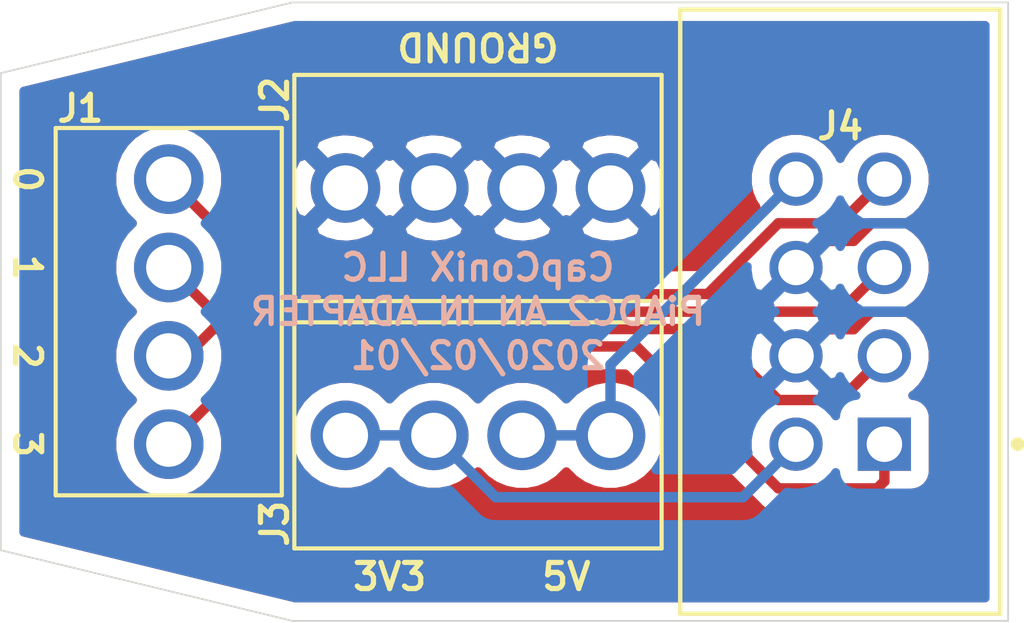
<source format=kicad_pcb>
(kicad_pcb (version 20171130) (host pcbnew 5.1.5-52549c5~84~ubuntu18.04.1)

  (general
    (thickness 1.6)
    (drawings 17)
    (tracks 41)
    (zones 0)
    (modules 4)
    (nets 8)
  )

  (page A4)
  (layers
    (0 F.Cu signal)
    (31 B.Cu signal)
    (32 B.Adhes user)
    (33 F.Adhes user)
    (34 B.Paste user)
    (35 F.Paste user)
    (36 B.SilkS user)
    (37 F.SilkS user)
    (38 B.Mask user)
    (39 F.Mask user)
    (40 Dwgs.User user)
    (41 Cmts.User user)
    (42 Eco1.User user)
    (43 Eco2.User user)
    (44 Edge.Cuts user)
    (45 Margin user)
    (46 B.CrtYd user)
    (47 F.CrtYd user)
    (48 B.Fab user)
    (49 F.Fab user)
  )

  (setup
    (last_trace_width 0.3)
    (user_trace_width 0.3)
    (trace_clearance 0.2)
    (zone_clearance 0.508)
    (zone_45_only no)
    (trace_min 0.2)
    (via_size 0.8)
    (via_drill 0.4)
    (via_min_size 0.4)
    (via_min_drill 0.3)
    (uvia_size 0.3)
    (uvia_drill 0.1)
    (uvias_allowed no)
    (uvia_min_size 0.2)
    (uvia_min_drill 0.1)
    (edge_width 0.05)
    (segment_width 0.2)
    (pcb_text_width 0.3)
    (pcb_text_size 1.5 1.5)
    (mod_edge_width 0.12)
    (mod_text_size 1 1)
    (mod_text_width 0.15)
    (pad_size 1.524 1.524)
    (pad_drill 0.762)
    (pad_to_mask_clearance 0.051)
    (solder_mask_min_width 0.25)
    (aux_axis_origin 0 0)
    (visible_elements FFFFFF7F)
    (pcbplotparams
      (layerselection 0x010fc_ffffffff)
      (usegerberextensions false)
      (usegerberattributes false)
      (usegerberadvancedattributes false)
      (creategerberjobfile false)
      (excludeedgelayer true)
      (linewidth 0.100000)
      (plotframeref false)
      (viasonmask false)
      (mode 1)
      (useauxorigin false)
      (hpglpennumber 1)
      (hpglpenspeed 20)
      (hpglpendiameter 15.000000)
      (psnegative false)
      (psa4output false)
      (plotreference true)
      (plotvalue true)
      (plotinvisibletext false)
      (padsonsilk false)
      (subtractmaskfromsilk false)
      (outputformat 1)
      (mirror false)
      (drillshape 1)
      (scaleselection 1)
      (outputdirectory ""))
  )

  (net 0 "")
  (net 1 "Net-(J1-Pad4)")
  (net 2 "Net-(J1-Pad1)")
  (net 3 "Net-(J1-Pad3)")
  (net 4 "Net-(J1-Pad2)")
  (net 5 "Net-(J2-Pad1)")
  (net 6 "Net-(J3-Pad3)")
  (net 7 "Net-(J3-Pad1)")

  (net_class Default "This is the default net class."
    (clearance 0.2)
    (trace_width 0.25)
    (via_dia 0.8)
    (via_drill 0.4)
    (uvia_dia 0.3)
    (uvia_drill 0.1)
    (add_net "Net-(J1-Pad1)")
    (add_net "Net-(J1-Pad2)")
    (add_net "Net-(J1-Pad3)")
    (add_net "Net-(J1-Pad4)")
    (add_net "Net-(J2-Pad1)")
    (add_net "Net-(J3-Pad1)")
    (add_net "Net-(J3-Pad3)")
  )

  (module AMPHENOL_75869-332LF:AMPHENOL_75869-332LF (layer F.Cu) (tedit 5E31F9C3) (tstamp 5E342F67)
    (at 143.002 110.998 180)
    (path /5E33DBAE)
    (fp_text reference J4 (at 0 5.334 180) (layer F.SilkS)
      (effects (font (size 0.75 0.75) (thickness 0.15)))
    )
    (fp_text value CONN (at 0 7.874) (layer F.Fab) hide
      (effects (font (size 0.75 0.75) (thickness 0.15)))
    )
    (fp_line (start -4.85 8.935) (end -4.85 -8.935) (layer F.CrtYd) (width 0.05))
    (fp_line (start 4.85 8.935) (end -4.85 8.935) (layer F.CrtYd) (width 0.05))
    (fp_line (start 4.85 -8.935) (end 4.85 8.935) (layer F.CrtYd) (width 0.05))
    (fp_line (start -4.85 -8.935) (end 4.85 -8.935) (layer F.CrtYd) (width 0.05))
    (fp_circle (center -5.1 -3.81) (end -5 -3.81) (layer F.Fab) (width 0.2))
    (fp_circle (center -5.1 -3.81) (end -5 -3.81) (layer F.SilkS) (width 0.2))
    (fp_line (start -4.6 8.685) (end -4.6 -8.685) (layer F.Fab) (width 0.127))
    (fp_line (start 4.6 8.685) (end -4.6 8.685) (layer F.Fab) (width 0.127))
    (fp_line (start 4.6 -8.685) (end 4.6 8.685) (layer F.Fab) (width 0.127))
    (fp_line (start -4.6 -8.685) (end 4.6 -8.685) (layer F.Fab) (width 0.127))
    (fp_line (start -4.6 8.685) (end -4.6 -8.685) (layer F.SilkS) (width 0.127))
    (fp_line (start 4.6 8.685) (end -4.6 8.685) (layer F.SilkS) (width 0.127))
    (fp_line (start 4.6 -8.685) (end 4.6 8.685) (layer F.SilkS) (width 0.127))
    (fp_line (start -4.6 -8.685) (end 4.6 -8.685) (layer F.SilkS) (width 0.127))
    (pad 8 thru_hole circle (at 1.27 3.81 180) (size 1.53 1.53) (drill 1.02) (layers *.Cu *.Mask)
      (net 6 "Net-(J3-Pad3)"))
    (pad 7 thru_hole circle (at -1.27 3.81 180) (size 1.53 1.53) (drill 1.02) (layers *.Cu *.Mask)
      (net 2 "Net-(J1-Pad1)"))
    (pad 6 thru_hole circle (at 1.27 1.27 180) (size 1.53 1.53) (drill 1.02) (layers *.Cu *.Mask)
      (net 5 "Net-(J2-Pad1)"))
    (pad 5 thru_hole circle (at -1.27 1.27 180) (size 1.53 1.53) (drill 1.02) (layers *.Cu *.Mask)
      (net 4 "Net-(J1-Pad2)"))
    (pad 4 thru_hole circle (at 1.27 -1.27 180) (size 1.53 1.53) (drill 1.02) (layers *.Cu *.Mask)
      (net 5 "Net-(J2-Pad1)"))
    (pad 3 thru_hole circle (at -1.27 -1.27 180) (size 1.53 1.53) (drill 1.02) (layers *.Cu *.Mask)
      (net 3 "Net-(J1-Pad3)"))
    (pad 2 thru_hole circle (at 1.27 -3.81 180) (size 1.53 1.53) (drill 1.02) (layers *.Cu *.Mask)
      (net 7 "Net-(J3-Pad1)"))
    (pad 1 thru_hole rect (at -1.27 -3.81 180) (size 1.53 1.53) (drill 1.02) (layers *.Cu *.Mask)
      (net 1 "Net-(J1-Pad4)"))
  )

  (module OSTVN254:4POS (layer F.Cu) (tedit 5E33CC50) (tstamp 5E343378)
    (at 132.588 114.554)
    (path /5E3406B6)
    (fp_text reference J3 (at -5.842 2.54 90) (layer F.SilkS)
      (effects (font (size 0.75 0.75) (thickness 0.15)))
    )
    (fp_text value PWR (at 0 2.54) (layer F.Fab)
      (effects (font (size 0.75 0.75) (thickness 0.15)))
    )
    (fp_line (start -5.28 3.25) (end 5.28 3.25) (layer F.SilkS) (width 0.12))
    (fp_line (start -5.28 -3.25) (end 5.28 -3.25) (layer F.SilkS) (width 0.12))
    (fp_line (start 5.28 -3.25) (end 5.28 3.25) (layer F.SilkS) (width 0.12))
    (fp_line (start -5.28 3.25) (end -5.28 -3.25) (layer F.SilkS) (width 0.12))
    (pad 4 thru_hole circle (at 3.81 0) (size 2 2) (drill 1.3) (layers *.Cu *.Mask)
      (net 6 "Net-(J3-Pad3)"))
    (pad 1 thru_hole circle (at -3.81 0) (size 2 2) (drill 1.3) (layers *.Cu *.Mask)
      (net 7 "Net-(J3-Pad1)"))
    (pad 3 thru_hole circle (at 1.27 0) (size 2 2) (drill 1.3) (layers *.Cu *.Mask)
      (net 6 "Net-(J3-Pad3)"))
    (pad 2 thru_hole circle (at -1.27 0) (size 2 2) (drill 1.3) (layers *.Cu *.Mask)
      (net 7 "Net-(J3-Pad1)"))
  )

  (module OSTVN254:4POS (layer F.Cu) (tedit 5E33CC50) (tstamp 5E342F41)
    (at 132.588 107.442 180)
    (path /5E33EF9C)
    (fp_text reference J2 (at 5.842 2.54 90) (layer F.SilkS)
      (effects (font (size 0.75 0.75) (thickness 0.15)))
    )
    (fp_text value GND (at 0 1.778 180) (layer F.Fab) hide
      (effects (font (size 0.75 0.75) (thickness 0.15)))
    )
    (fp_line (start -5.28 3.25) (end 5.28 3.25) (layer F.SilkS) (width 0.12))
    (fp_line (start -5.28 -3.25) (end 5.28 -3.25) (layer F.SilkS) (width 0.12))
    (fp_line (start 5.28 -3.25) (end 5.28 3.25) (layer F.SilkS) (width 0.12))
    (fp_line (start -5.28 3.25) (end -5.28 -3.25) (layer F.SilkS) (width 0.12))
    (pad 4 thru_hole circle (at 3.81 0 180) (size 2 2) (drill 1.3) (layers *.Cu *.Mask)
      (net 5 "Net-(J2-Pad1)"))
    (pad 1 thru_hole circle (at -3.81 0 180) (size 2 2) (drill 1.3) (layers *.Cu *.Mask)
      (net 5 "Net-(J2-Pad1)"))
    (pad 3 thru_hole circle (at 1.27 0 180) (size 2 2) (drill 1.3) (layers *.Cu *.Mask)
      (net 5 "Net-(J2-Pad1)"))
    (pad 2 thru_hole circle (at -1.27 0 180) (size 2 2) (drill 1.3) (layers *.Cu *.Mask)
      (net 5 "Net-(J2-Pad1)"))
  )

  (module OSTVN254:4POS (layer F.Cu) (tedit 5E33CC50) (tstamp 5E342F35)
    (at 123.698 110.998 270)
    (path /5E33E036)
    (fp_text reference J1 (at -5.842 2.54 180) (layer F.SilkS)
      (effects (font (size 0.75 0.75) (thickness 0.15)))
    )
    (fp_text value AN (at 0 -4.445 90) (layer F.Fab)
      (effects (font (size 0.75 0.75) (thickness 0.15)))
    )
    (fp_line (start -5.28 3.25) (end 5.28 3.25) (layer F.SilkS) (width 0.12))
    (fp_line (start -5.28 -3.25) (end 5.28 -3.25) (layer F.SilkS) (width 0.12))
    (fp_line (start 5.28 -3.25) (end 5.28 3.25) (layer F.SilkS) (width 0.12))
    (fp_line (start -5.28 3.25) (end -5.28 -3.25) (layer F.SilkS) (width 0.12))
    (pad 4 thru_hole circle (at 3.81 0 270) (size 2 2) (drill 1.3) (layers *.Cu *.Mask)
      (net 1 "Net-(J1-Pad4)"))
    (pad 1 thru_hole circle (at -3.81 0 270) (size 2 2) (drill 1.3) (layers *.Cu *.Mask)
      (net 2 "Net-(J1-Pad1)"))
    (pad 3 thru_hole circle (at 1.27 0 270) (size 2 2) (drill 1.3) (layers *.Cu *.Mask)
      (net 3 "Net-(J1-Pad3)"))
    (pad 2 thru_hole circle (at -1.27 0 270) (size 2 2) (drill 1.3) (layers *.Cu *.Mask)
      (net 4 "Net-(J1-Pad2)"))
  )

  (gr_text 2020/02/01 (at 132.588 112.268) (layer B.SilkS) (tstamp 5E343460)
    (effects (font (size 0.75 0.75) (thickness 0.15)) (justify mirror))
  )
  (gr_text "PiADC2 AN IN ADAPTER" (at 132.588 110.998) (layer B.SilkS) (tstamp 5E343451)
    (effects (font (size 0.75 0.75) (thickness 0.15)) (justify mirror))
  )
  (gr_text "CapConiX LLC" (at 132.588 109.728) (layer B.SilkS)
    (effects (font (size 0.75 0.75) (thickness 0.15)) (justify mirror))
  )
  (gr_line (start 147.828 119.888) (end 147.828 102.108) (layer Edge.Cuts) (width 0.05) (tstamp 5E3433ED))
  (gr_line (start 127.254 119.888) (end 147.828 119.888) (layer Edge.Cuts) (width 0.05))
  (gr_line (start 118.872 117.856) (end 127.254 119.888) (layer Edge.Cuts) (width 0.05))
  (gr_line (start 118.872 104.14) (end 118.872 117.856) (layer Edge.Cuts) (width 0.05))
  (gr_line (start 127.254 102.108) (end 118.872 104.14) (layer Edge.Cuts) (width 0.05))
  (gr_line (start 138.176 102.108) (end 127.254 102.108) (layer Edge.Cuts) (width 0.05))
  (gr_line (start 147.828 102.108) (end 138.176 102.108) (layer Edge.Cuts) (width 0.05))
  (gr_text 3 (at 119.634 114.808 270) (layer F.SilkS) (tstamp 5E3433EA)
    (effects (font (size 0.75 0.75) (thickness 0.15)))
  )
  (gr_text 2 (at 119.634 112.268 270) (layer F.SilkS) (tstamp 5E3433E7)
    (effects (font (size 0.75 0.75) (thickness 0.15)))
  )
  (gr_text 1 (at 119.634 109.728 270) (layer F.SilkS) (tstamp 5E3433E4)
    (effects (font (size 0.75 0.75) (thickness 0.15)))
  )
  (gr_text 0 (at 119.634 107.188 270) (layer F.SilkS) (tstamp 5E3433DE)
    (effects (font (size 0.75 0.75) (thickness 0.15)))
  )
  (gr_text GROUND (at 132.588 103.378 180) (layer F.SilkS) (tstamp 5E3433D8)
    (effects (font (size 0.75 0.75) (thickness 0.15)))
  )
  (gr_text 5V (at 135.128 118.618) (layer F.SilkS) (tstamp 5E3433D4)
    (effects (font (size 0.75 0.75) (thickness 0.15)))
  )
  (gr_text 3V3 (at 130.048 118.618) (layer F.SilkS)
    (effects (font (size 0.75 0.75) (thickness 0.15)))
  )

  (segment (start 144.272 115.873) (end 144.272 114.808) (width 0.3) (layer F.Cu) (net 1))
  (segment (start 144.067 116.078) (end 144.272 115.873) (width 0.3) (layer F.Cu) (net 1))
  (segment (start 141.224 116.078) (end 144.067 116.078) (width 0.3) (layer F.Cu) (net 1))
  (segment (start 137.14402 111.99802) (end 141.224 116.078) (width 0.3) (layer F.Cu) (net 1))
  (segment (start 123.698 114.808) (end 126.50798 111.99802) (width 0.3) (layer F.Cu) (net 1))
  (segment (start 126.50798 111.99802) (end 137.14402 111.99802) (width 0.3) (layer F.Cu) (net 1))
  (segment (start 127.00799 110.49799) (end 138.42201 110.49799) (width 0.3) (layer F.Cu) (net 2))
  (segment (start 143.002 108.458) (end 144.272 107.188) (width 0.3) (layer F.Cu) (net 2))
  (segment (start 123.698 107.188) (end 127.00799 110.49799) (width 0.3) (layer F.Cu) (net 2))
  (segment (start 138.42201 110.49799) (end 138.43 110.49) (width 0.3) (layer F.Cu) (net 2))
  (segment (start 138.43 110.49) (end 139.192 110.49) (width 0.3) (layer F.Cu) (net 2))
  (segment (start 139.192 110.49) (end 141.224 108.458) (width 0.3) (layer F.Cu) (net 2))
  (segment (start 141.224 108.458) (end 143.002 108.458) (width 0.3) (layer F.Cu) (net 2))
  (segment (start 141.224 113.538) (end 143.002 113.538) (width 0.3) (layer F.Cu) (net 3))
  (segment (start 124.97599 111.49801) (end 139.18401 111.49801) (width 0.3) (layer F.Cu) (net 3))
  (segment (start 143.002 113.538) (end 144.272 112.268) (width 0.3) (layer F.Cu) (net 3))
  (segment (start 123.698 112.268) (end 124.206 112.268) (width 0.3) (layer F.Cu) (net 3))
  (segment (start 139.18401 111.49801) (end 141.224 113.538) (width 0.3) (layer F.Cu) (net 3))
  (segment (start 124.206 112.268) (end 124.97599 111.49801) (width 0.3) (layer F.Cu) (net 3))
  (segment (start 124.968 110.998) (end 123.698 109.728) (width 0.3) (layer F.Cu) (net 4))
  (segment (start 144.272 109.728) (end 143.002 110.998) (width 0.3) (layer F.Cu) (net 4))
  (segment (start 143.002 110.998) (end 124.968 110.998) (width 0.3) (layer F.Cu) (net 4))
  (segment (start 143.386797 111.503001) (end 143.891798 110.998) (width 0.3) (layer F.Cu) (net 5))
  (segment (start 141.732 112.268) (end 142.496999 111.503001) (width 0.3) (layer F.Cu) (net 5))
  (segment (start 142.496999 111.503001) (end 143.386797 111.503001) (width 0.3) (layer F.Cu) (net 5))
  (segment (start 143.891798 110.998) (end 146.304 110.998) (width 0.3) (layer F.Cu) (net 5))
  (segment (start 143.386797 108.963001) (end 143.891798 108.458) (width 0.3) (layer F.Cu) (net 5))
  (segment (start 141.732 109.728) (end 142.496999 108.963001) (width 0.3) (layer F.Cu) (net 5))
  (segment (start 142.496999 108.963001) (end 143.386797 108.963001) (width 0.3) (layer F.Cu) (net 5))
  (segment (start 143.891798 108.458) (end 146.304 108.458) (width 0.3) (layer F.Cu) (net 5))
  (segment (start 141.732 109.728) (end 143.002 108.458) (width 0.3) (layer B.Cu) (net 5))
  (segment (start 143.002 108.458) (end 146.304 108.458) (width 0.3) (layer B.Cu) (net 5))
  (segment (start 141.732 112.268) (end 143.002 110.998) (width 0.3) (layer B.Cu) (net 5))
  (segment (start 143.002 110.998) (end 146.304 110.998) (width 0.3) (layer B.Cu) (net 5))
  (segment (start 133.858 114.554) (end 136.398 114.554) (width 0.3) (layer B.Cu) (net 6))
  (segment (start 136.398 112.522) (end 141.732 107.188) (width 0.3) (layer B.Cu) (net 6))
  (segment (start 136.398 114.554) (end 136.398 112.522) (width 0.3) (layer B.Cu) (net 6))
  (segment (start 128.778 114.554) (end 131.318 114.554) (width 0.3) (layer B.Cu) (net 7))
  (segment (start 131.318 114.554) (end 133.096 116.332) (width 0.3) (layer B.Cu) (net 7))
  (segment (start 140.208 116.332) (end 141.732 114.808) (width 0.3) (layer B.Cu) (net 7))
  (segment (start 133.096 116.332) (end 140.208 116.332) (width 0.3) (layer B.Cu) (net 7))

  (zone (net 5) (net_name "Net-(J2-Pad1)") (layer F.Cu) (tstamp 0) (hatch edge 0.508)
    (connect_pads (clearance 0.508))
    (min_thickness 0.254)
    (fill yes (arc_segments 32) (thermal_gap 0.508) (thermal_bridge_width 0.508))
    (polygon
      (pts
        (xy 147.828 119.888) (xy 118.872 119.888) (xy 118.872 102.108) (xy 147.828 102.108)
      )
    )
    (filled_polygon
      (pts
        (xy 147.168 119.228) (xy 127.332861 119.228) (xy 119.532 117.336884) (xy 119.532 107.026967) (xy 122.063 107.026967)
        (xy 122.063 107.349033) (xy 122.125832 107.664912) (xy 122.249082 107.962463) (xy 122.428013 108.230252) (xy 122.655748 108.457987)
        (xy 122.655767 108.458) (xy 122.655748 108.458013) (xy 122.428013 108.685748) (xy 122.249082 108.953537) (xy 122.125832 109.251088)
        (xy 122.063 109.566967) (xy 122.063 109.889033) (xy 122.125832 110.204912) (xy 122.249082 110.502463) (xy 122.428013 110.770252)
        (xy 122.655748 110.997987) (xy 122.655767 110.998) (xy 122.655748 110.998013) (xy 122.428013 111.225748) (xy 122.249082 111.493537)
        (xy 122.125832 111.791088) (xy 122.063 112.106967) (xy 122.063 112.429033) (xy 122.125832 112.744912) (xy 122.249082 113.042463)
        (xy 122.428013 113.310252) (xy 122.655748 113.537987) (xy 122.655767 113.538) (xy 122.655748 113.538013) (xy 122.428013 113.765748)
        (xy 122.249082 114.033537) (xy 122.125832 114.331088) (xy 122.063 114.646967) (xy 122.063 114.969033) (xy 122.125832 115.284912)
        (xy 122.249082 115.582463) (xy 122.428013 115.850252) (xy 122.655748 116.077987) (xy 122.923537 116.256918) (xy 123.221088 116.380168)
        (xy 123.536967 116.443) (xy 123.859033 116.443) (xy 124.174912 116.380168) (xy 124.472463 116.256918) (xy 124.740252 116.077987)
        (xy 124.967987 115.850252) (xy 125.146918 115.582463) (xy 125.270168 115.284912) (xy 125.333 114.969033) (xy 125.333 114.646967)
        (xy 125.27264 114.343517) (xy 126.833137 112.78302) (xy 136.818863 112.78302) (xy 137.118624 113.082781) (xy 136.874912 112.981832)
        (xy 136.559033 112.919) (xy 136.236967 112.919) (xy 135.921088 112.981832) (xy 135.623537 113.105082) (xy 135.355748 113.284013)
        (xy 135.128013 113.511748) (xy 135.128 113.511767) (xy 135.127987 113.511748) (xy 134.900252 113.284013) (xy 134.632463 113.105082)
        (xy 134.334912 112.981832) (xy 134.019033 112.919) (xy 133.696967 112.919) (xy 133.381088 112.981832) (xy 133.083537 113.105082)
        (xy 132.815748 113.284013) (xy 132.588013 113.511748) (xy 132.588 113.511767) (xy 132.587987 113.511748) (xy 132.360252 113.284013)
        (xy 132.092463 113.105082) (xy 131.794912 112.981832) (xy 131.479033 112.919) (xy 131.156967 112.919) (xy 130.841088 112.981832)
        (xy 130.543537 113.105082) (xy 130.275748 113.284013) (xy 130.048013 113.511748) (xy 130.048 113.511767) (xy 130.047987 113.511748)
        (xy 129.820252 113.284013) (xy 129.552463 113.105082) (xy 129.254912 112.981832) (xy 128.939033 112.919) (xy 128.616967 112.919)
        (xy 128.301088 112.981832) (xy 128.003537 113.105082) (xy 127.735748 113.284013) (xy 127.508013 113.511748) (xy 127.329082 113.779537)
        (xy 127.205832 114.077088) (xy 127.143 114.392967) (xy 127.143 114.715033) (xy 127.205832 115.030912) (xy 127.329082 115.328463)
        (xy 127.508013 115.596252) (xy 127.735748 115.823987) (xy 128.003537 116.002918) (xy 128.301088 116.126168) (xy 128.616967 116.189)
        (xy 128.939033 116.189) (xy 129.254912 116.126168) (xy 129.552463 116.002918) (xy 129.820252 115.823987) (xy 130.047987 115.596252)
        (xy 130.048 115.596233) (xy 130.048013 115.596252) (xy 130.275748 115.823987) (xy 130.543537 116.002918) (xy 130.841088 116.126168)
        (xy 131.156967 116.189) (xy 131.479033 116.189) (xy 131.794912 116.126168) (xy 132.092463 116.002918) (xy 132.360252 115.823987)
        (xy 132.587987 115.596252) (xy 132.588 115.596233) (xy 132.588013 115.596252) (xy 132.815748 115.823987) (xy 133.083537 116.002918)
        (xy 133.381088 116.126168) (xy 133.696967 116.189) (xy 134.019033 116.189) (xy 134.334912 116.126168) (xy 134.632463 116.002918)
        (xy 134.900252 115.823987) (xy 135.127987 115.596252) (xy 135.128 115.596233) (xy 135.128013 115.596252) (xy 135.355748 115.823987)
        (xy 135.623537 116.002918) (xy 135.921088 116.126168) (xy 136.236967 116.189) (xy 136.559033 116.189) (xy 136.874912 116.126168)
        (xy 137.172463 116.002918) (xy 137.440252 115.823987) (xy 137.667987 115.596252) (xy 137.846918 115.328463) (xy 137.970168 115.030912)
        (xy 138.033 114.715033) (xy 138.033 114.392967) (xy 137.970168 114.077088) (xy 137.869219 113.833376) (xy 140.641658 116.605816)
        (xy 140.666236 116.635764) (xy 140.696184 116.660342) (xy 140.696187 116.660345) (xy 140.725559 116.68445) (xy 140.785767 116.733862)
        (xy 140.92214 116.806754) (xy 141.070113 116.851641) (xy 141.185439 116.863) (xy 141.185446 116.863) (xy 141.223999 116.866797)
        (xy 141.262552 116.863) (xy 144.028447 116.863) (xy 144.067 116.866797) (xy 144.105553 116.863) (xy 144.105561 116.863)
        (xy 144.220887 116.851641) (xy 144.36886 116.806754) (xy 144.505233 116.733862) (xy 144.624764 116.635764) (xy 144.649348 116.605809)
        (xy 144.799807 116.455349) (xy 144.829764 116.430764) (xy 144.927862 116.311233) (xy 144.981399 116.211072) (xy 145.037 116.211072)
        (xy 145.161482 116.198812) (xy 145.28118 116.162502) (xy 145.391494 116.103537) (xy 145.488185 116.024185) (xy 145.567537 115.927494)
        (xy 145.626502 115.81718) (xy 145.662812 115.697482) (xy 145.675072 115.573) (xy 145.675072 114.043) (xy 145.662812 113.918518)
        (xy 145.626502 113.79882) (xy 145.567537 113.688506) (xy 145.488185 113.591815) (xy 145.391494 113.512463) (xy 145.28118 113.453498)
        (xy 145.161482 113.417188) (xy 145.083541 113.409512) (xy 145.164448 113.355451) (xy 145.359451 113.160448) (xy 145.512664 112.931149)
        (xy 145.618199 112.676365) (xy 145.672 112.405888) (xy 145.672 112.130112) (xy 145.618199 111.859635) (xy 145.512664 111.604851)
        (xy 145.359451 111.375552) (xy 145.164448 111.180549) (xy 144.935149 111.027336) (xy 144.864326 110.998) (xy 144.935149 110.968664)
        (xy 145.164448 110.815451) (xy 145.359451 110.620448) (xy 145.512664 110.391149) (xy 145.618199 110.136365) (xy 145.672 109.865888)
        (xy 145.672 109.590112) (xy 145.618199 109.319635) (xy 145.512664 109.064851) (xy 145.359451 108.835552) (xy 145.164448 108.640549)
        (xy 144.935149 108.487336) (xy 144.864326 108.458) (xy 144.935149 108.428664) (xy 145.164448 108.275451) (xy 145.359451 108.080448)
        (xy 145.512664 107.851149) (xy 145.618199 107.596365) (xy 145.672 107.325888) (xy 145.672 107.050112) (xy 145.618199 106.779635)
        (xy 145.512664 106.524851) (xy 145.359451 106.295552) (xy 145.164448 106.100549) (xy 144.935149 105.947336) (xy 144.680365 105.841801)
        (xy 144.409888 105.788) (xy 144.134112 105.788) (xy 143.863635 105.841801) (xy 143.608851 105.947336) (xy 143.379552 106.100549)
        (xy 143.184549 106.295552) (xy 143.031336 106.524851) (xy 143.002 106.595674) (xy 142.972664 106.524851) (xy 142.819451 106.295552)
        (xy 142.624448 106.100549) (xy 142.395149 105.947336) (xy 142.140365 105.841801) (xy 141.869888 105.788) (xy 141.594112 105.788)
        (xy 141.323635 105.841801) (xy 141.068851 105.947336) (xy 140.839552 106.100549) (xy 140.644549 106.295552) (xy 140.491336 106.524851)
        (xy 140.385801 106.779635) (xy 140.332 107.050112) (xy 140.332 107.325888) (xy 140.385801 107.596365) (xy 140.491336 107.851149)
        (xy 140.583204 107.988638) (xy 138.866843 109.705) (xy 138.468556 109.705) (xy 138.43 109.701203) (xy 138.391445 109.705)
        (xy 138.391439 109.705) (xy 138.347049 109.709372) (xy 138.310313 109.71299) (xy 127.333147 109.71299) (xy 126.19757 108.577413)
        (xy 127.822192 108.577413) (xy 127.917956 108.841814) (xy 128.207571 108.982704) (xy 128.519108 109.064384) (xy 128.840595 109.083718)
        (xy 129.159675 109.039961) (xy 129.464088 108.934795) (xy 129.638044 108.841814) (xy 129.733808 108.577413) (xy 130.362192 108.577413)
        (xy 130.457956 108.841814) (xy 130.747571 108.982704) (xy 131.059108 109.064384) (xy 131.380595 109.083718) (xy 131.699675 109.039961)
        (xy 132.004088 108.934795) (xy 132.178044 108.841814) (xy 132.273808 108.577413) (xy 132.902192 108.577413) (xy 132.997956 108.841814)
        (xy 133.287571 108.982704) (xy 133.599108 109.064384) (xy 133.920595 109.083718) (xy 134.239675 109.039961) (xy 134.544088 108.934795)
        (xy 134.718044 108.841814) (xy 134.813808 108.577413) (xy 135.442192 108.577413) (xy 135.537956 108.841814) (xy 135.827571 108.982704)
        (xy 136.139108 109.064384) (xy 136.460595 109.083718) (xy 136.779675 109.039961) (xy 137.084088 108.934795) (xy 137.258044 108.841814)
        (xy 137.353808 108.577413) (xy 136.398 107.621605) (xy 135.442192 108.577413) (xy 134.813808 108.577413) (xy 133.858 107.621605)
        (xy 132.902192 108.577413) (xy 132.273808 108.577413) (xy 131.318 107.621605) (xy 130.362192 108.577413) (xy 129.733808 108.577413)
        (xy 128.778 107.621605) (xy 127.822192 108.577413) (xy 126.19757 108.577413) (xy 125.27264 107.652483) (xy 125.302056 107.504595)
        (xy 127.136282 107.504595) (xy 127.180039 107.823675) (xy 127.285205 108.128088) (xy 127.378186 108.302044) (xy 127.642587 108.397808)
        (xy 128.598395 107.442) (xy 128.957605 107.442) (xy 129.913413 108.397808) (xy 130.048 108.349062) (xy 130.182587 108.397808)
        (xy 131.138395 107.442) (xy 131.497605 107.442) (xy 132.453413 108.397808) (xy 132.588 108.349062) (xy 132.722587 108.397808)
        (xy 133.678395 107.442) (xy 134.037605 107.442) (xy 134.993413 108.397808) (xy 135.128 108.349062) (xy 135.262587 108.397808)
        (xy 136.218395 107.442) (xy 136.577605 107.442) (xy 137.533413 108.397808) (xy 137.797814 108.302044) (xy 137.938704 108.012429)
        (xy 138.020384 107.700892) (xy 138.039718 107.379405) (xy 137.995961 107.060325) (xy 137.890795 106.755912) (xy 137.797814 106.581956)
        (xy 137.533413 106.486192) (xy 136.577605 107.442) (xy 136.218395 107.442) (xy 135.262587 106.486192) (xy 135.128 106.534938)
        (xy 134.993413 106.486192) (xy 134.037605 107.442) (xy 133.678395 107.442) (xy 132.722587 106.486192) (xy 132.588 106.534938)
        (xy 132.453413 106.486192) (xy 131.497605 107.442) (xy 131.138395 107.442) (xy 130.182587 106.486192) (xy 130.048 106.534938)
        (xy 129.913413 106.486192) (xy 128.957605 107.442) (xy 128.598395 107.442) (xy 127.642587 106.486192) (xy 127.378186 106.581956)
        (xy 127.237296 106.871571) (xy 127.155616 107.183108) (xy 127.136282 107.504595) (xy 125.302056 107.504595) (xy 125.333 107.349033)
        (xy 125.333 107.026967) (xy 125.270168 106.711088) (xy 125.146918 106.413537) (xy 125.075457 106.306587) (xy 127.822192 106.306587)
        (xy 128.778 107.262395) (xy 129.733808 106.306587) (xy 130.362192 106.306587) (xy 131.318 107.262395) (xy 132.273808 106.306587)
        (xy 132.902192 106.306587) (xy 133.858 107.262395) (xy 134.813808 106.306587) (xy 135.442192 106.306587) (xy 136.398 107.262395)
        (xy 137.353808 106.306587) (xy 137.258044 106.042186) (xy 136.968429 105.901296) (xy 136.656892 105.819616) (xy 136.335405 105.800282)
        (xy 136.016325 105.844039) (xy 135.711912 105.949205) (xy 135.537956 106.042186) (xy 135.442192 106.306587) (xy 134.813808 106.306587)
        (xy 134.718044 106.042186) (xy 134.428429 105.901296) (xy 134.116892 105.819616) (xy 133.795405 105.800282) (xy 133.476325 105.844039)
        (xy 133.171912 105.949205) (xy 132.997956 106.042186) (xy 132.902192 106.306587) (xy 132.273808 106.306587) (xy 132.178044 106.042186)
        (xy 131.888429 105.901296) (xy 131.576892 105.819616) (xy 131.255405 105.800282) (xy 130.936325 105.844039) (xy 130.631912 105.949205)
        (xy 130.457956 106.042186) (xy 130.362192 106.306587) (xy 129.733808 106.306587) (xy 129.638044 106.042186) (xy 129.348429 105.901296)
        (xy 129.036892 105.819616) (xy 128.715405 105.800282) (xy 128.396325 105.844039) (xy 128.091912 105.949205) (xy 127.917956 106.042186)
        (xy 127.822192 106.306587) (xy 125.075457 106.306587) (xy 124.967987 106.145748) (xy 124.740252 105.918013) (xy 124.472463 105.739082)
        (xy 124.174912 105.615832) (xy 123.859033 105.553) (xy 123.536967 105.553) (xy 123.221088 105.615832) (xy 122.923537 105.739082)
        (xy 122.655748 105.918013) (xy 122.428013 106.145748) (xy 122.249082 106.413537) (xy 122.125832 106.711088) (xy 122.063 107.026967)
        (xy 119.532 107.026967) (xy 119.532 104.659116) (xy 127.332861 102.768) (xy 147.168001 102.768)
      )
    )
    (filled_polygon
      (pts
        (xy 141.925748 112.253858) (xy 141.911605 112.268) (xy 141.925748 112.282143) (xy 141.746143 112.461748) (xy 141.732 112.447605)
        (xy 141.717858 112.461748) (xy 141.538253 112.282143) (xy 141.552395 112.268) (xy 141.538253 112.253858) (xy 141.717858 112.074253)
        (xy 141.732 112.088395) (xy 141.746143 112.074253)
      )
    )
    (filled_polygon
      (pts
        (xy 141.925748 109.713858) (xy 141.911605 109.728) (xy 141.925748 109.742143) (xy 141.746143 109.921748) (xy 141.732 109.907605)
        (xy 141.717858 109.921748) (xy 141.538253 109.742143) (xy 141.552395 109.728) (xy 141.538253 109.713858) (xy 141.717858 109.534253)
        (xy 141.732 109.548395) (xy 141.746143 109.534253)
      )
    )
  )
  (zone (net 5) (net_name "Net-(J2-Pad1)") (layer B.Cu) (tstamp 0) (hatch edge 0.508)
    (connect_pads (clearance 0.508))
    (min_thickness 0.254)
    (fill yes (arc_segments 32) (thermal_gap 0.508) (thermal_bridge_width 0.508))
    (polygon
      (pts
        (xy 147.828 119.888) (xy 118.872 119.888) (xy 118.872 102.108) (xy 147.828 102.108)
      )
    )
    (filled_polygon
      (pts
        (xy 147.168 119.228) (xy 127.332861 119.228) (xy 119.532 117.336884) (xy 119.532 107.026967) (xy 122.063 107.026967)
        (xy 122.063 107.349033) (xy 122.125832 107.664912) (xy 122.249082 107.962463) (xy 122.428013 108.230252) (xy 122.655748 108.457987)
        (xy 122.655767 108.458) (xy 122.655748 108.458013) (xy 122.428013 108.685748) (xy 122.249082 108.953537) (xy 122.125832 109.251088)
        (xy 122.063 109.566967) (xy 122.063 109.889033) (xy 122.125832 110.204912) (xy 122.249082 110.502463) (xy 122.428013 110.770252)
        (xy 122.655748 110.997987) (xy 122.655767 110.998) (xy 122.655748 110.998013) (xy 122.428013 111.225748) (xy 122.249082 111.493537)
        (xy 122.125832 111.791088) (xy 122.063 112.106967) (xy 122.063 112.429033) (xy 122.125832 112.744912) (xy 122.249082 113.042463)
        (xy 122.428013 113.310252) (xy 122.655748 113.537987) (xy 122.655767 113.538) (xy 122.655748 113.538013) (xy 122.428013 113.765748)
        (xy 122.249082 114.033537) (xy 122.125832 114.331088) (xy 122.063 114.646967) (xy 122.063 114.969033) (xy 122.125832 115.284912)
        (xy 122.249082 115.582463) (xy 122.428013 115.850252) (xy 122.655748 116.077987) (xy 122.923537 116.256918) (xy 123.221088 116.380168)
        (xy 123.536967 116.443) (xy 123.859033 116.443) (xy 124.174912 116.380168) (xy 124.472463 116.256918) (xy 124.740252 116.077987)
        (xy 124.967987 115.850252) (xy 125.146918 115.582463) (xy 125.270168 115.284912) (xy 125.333 114.969033) (xy 125.333 114.646967)
        (xy 125.282477 114.392967) (xy 127.143 114.392967) (xy 127.143 114.715033) (xy 127.205832 115.030912) (xy 127.329082 115.328463)
        (xy 127.508013 115.596252) (xy 127.735748 115.823987) (xy 128.003537 116.002918) (xy 128.301088 116.126168) (xy 128.616967 116.189)
        (xy 128.939033 116.189) (xy 129.254912 116.126168) (xy 129.552463 116.002918) (xy 129.820252 115.823987) (xy 130.047987 115.596252)
        (xy 130.048 115.596233) (xy 130.048013 115.596252) (xy 130.275748 115.823987) (xy 130.543537 116.002918) (xy 130.841088 116.126168)
        (xy 131.156967 116.189) (xy 131.479033 116.189) (xy 131.782483 116.12864) (xy 132.513653 116.85981) (xy 132.538236 116.889764)
        (xy 132.657767 116.987862) (xy 132.79414 117.060754) (xy 132.942113 117.105642) (xy 133.017026 117.11302) (xy 133.057439 117.117)
        (xy 133.057444 117.117) (xy 133.096 117.120797) (xy 133.134556 117.117) (xy 140.169447 117.117) (xy 140.208 117.120797)
        (xy 140.246553 117.117) (xy 140.246561 117.117) (xy 140.361887 117.105641) (xy 140.50986 117.060754) (xy 140.646233 116.987862)
        (xy 140.765764 116.889764) (xy 140.790347 116.85981) (xy 141.467368 116.182789) (xy 141.594112 116.208) (xy 141.869888 116.208)
        (xy 142.140365 116.154199) (xy 142.395149 116.048664) (xy 142.624448 115.895451) (xy 142.819451 115.700448) (xy 142.873512 115.619541)
        (xy 142.881188 115.697482) (xy 142.917498 115.81718) (xy 142.976463 115.927494) (xy 143.055815 116.024185) (xy 143.152506 116.103537)
        (xy 143.26282 116.162502) (xy 143.382518 116.198812) (xy 143.507 116.211072) (xy 145.037 116.211072) (xy 145.161482 116.198812)
        (xy 145.28118 116.162502) (xy 145.391494 116.103537) (xy 145.488185 116.024185) (xy 145.567537 115.927494) (xy 145.626502 115.81718)
        (xy 145.662812 115.697482) (xy 145.675072 115.573) (xy 145.675072 114.043) (xy 145.662812 113.918518) (xy 145.626502 113.79882)
        (xy 145.567537 113.688506) (xy 145.488185 113.591815) (xy 145.391494 113.512463) (xy 145.28118 113.453498) (xy 145.161482 113.417188)
        (xy 145.083541 113.409512) (xy 145.164448 113.355451) (xy 145.359451 113.160448) (xy 145.512664 112.931149) (xy 145.618199 112.676365)
        (xy 145.672 112.405888) (xy 145.672 112.130112) (xy 145.618199 111.859635) (xy 145.512664 111.604851) (xy 145.359451 111.375552)
        (xy 145.164448 111.180549) (xy 144.935149 111.027336) (xy 144.864326 110.998) (xy 144.935149 110.968664) (xy 145.164448 110.815451)
        (xy 145.359451 110.620448) (xy 145.512664 110.391149) (xy 145.618199 110.136365) (xy 145.672 109.865888) (xy 145.672 109.590112)
        (xy 145.618199 109.319635) (xy 145.512664 109.064851) (xy 145.359451 108.835552) (xy 145.164448 108.640549) (xy 144.935149 108.487336)
        (xy 144.864326 108.458) (xy 144.935149 108.428664) (xy 145.164448 108.275451) (xy 145.359451 108.080448) (xy 145.512664 107.851149)
        (xy 145.618199 107.596365) (xy 145.672 107.325888) (xy 145.672 107.050112) (xy 145.618199 106.779635) (xy 145.512664 106.524851)
        (xy 145.359451 106.295552) (xy 145.164448 106.100549) (xy 144.935149 105.947336) (xy 144.680365 105.841801) (xy 144.409888 105.788)
        (xy 144.134112 105.788) (xy 143.863635 105.841801) (xy 143.608851 105.947336) (xy 143.379552 106.100549) (xy 143.184549 106.295552)
        (xy 143.031336 106.524851) (xy 143.002 106.595674) (xy 142.972664 106.524851) (xy 142.819451 106.295552) (xy 142.624448 106.100549)
        (xy 142.395149 105.947336) (xy 142.140365 105.841801) (xy 141.869888 105.788) (xy 141.594112 105.788) (xy 141.323635 105.841801)
        (xy 141.068851 105.947336) (xy 140.839552 106.100549) (xy 140.644549 106.295552) (xy 140.491336 106.524851) (xy 140.385801 106.779635)
        (xy 140.332 107.050112) (xy 140.332 107.325888) (xy 140.357211 107.452631) (xy 135.870185 111.939658) (xy 135.840237 111.964236)
        (xy 135.815659 111.994184) (xy 135.815655 111.994188) (xy 135.78269 112.034356) (xy 135.742139 112.083767) (xy 135.703177 112.15666)
        (xy 135.669246 112.220141) (xy 135.624359 112.368114) (xy 135.609203 112.522) (xy 135.613001 112.560563) (xy 135.613001 113.112122)
        (xy 135.355748 113.284013) (xy 135.128013 113.511748) (xy 135.128 113.511767) (xy 135.127987 113.511748) (xy 134.900252 113.284013)
        (xy 134.632463 113.105082) (xy 134.334912 112.981832) (xy 134.019033 112.919) (xy 133.696967 112.919) (xy 133.381088 112.981832)
        (xy 133.083537 113.105082) (xy 132.815748 113.284013) (xy 132.588013 113.511748) (xy 132.588 113.511767) (xy 132.587987 113.511748)
        (xy 132.360252 113.284013) (xy 132.092463 113.105082) (xy 131.794912 112.981832) (xy 131.479033 112.919) (xy 131.156967 112.919)
        (xy 130.841088 112.981832) (xy 130.543537 113.105082) (xy 130.275748 113.284013) (xy 130.048013 113.511748) (xy 130.048 113.511767)
        (xy 130.047987 113.511748) (xy 129.820252 113.284013) (xy 129.552463 113.105082) (xy 129.254912 112.981832) (xy 128.939033 112.919)
        (xy 128.616967 112.919) (xy 128.301088 112.981832) (xy 128.003537 113.105082) (xy 127.735748 113.284013) (xy 127.508013 113.511748)
        (xy 127.329082 113.779537) (xy 127.205832 114.077088) (xy 127.143 114.392967) (xy 125.282477 114.392967) (xy 125.270168 114.331088)
        (xy 125.146918 114.033537) (xy 124.967987 113.765748) (xy 124.740252 113.538013) (xy 124.740233 113.538) (xy 124.740252 113.537987)
        (xy 124.967987 113.310252) (xy 125.146918 113.042463) (xy 125.270168 112.744912) (xy 125.333 112.429033) (xy 125.333 112.106967)
        (xy 125.270168 111.791088) (xy 125.146918 111.493537) (xy 124.967987 111.225748) (xy 124.740252 110.998013) (xy 124.740233 110.998)
        (xy 124.740252 110.997987) (xy 124.967987 110.770252) (xy 125.146918 110.502463) (xy 125.270168 110.204912) (xy 125.333 109.889033)
        (xy 125.333 109.566967) (xy 125.270168 109.251088) (xy 125.146918 108.953537) (xy 124.967987 108.685748) (xy 124.859652 108.577413)
        (xy 127.822192 108.577413) (xy 127.917956 108.841814) (xy 128.207571 108.982704) (xy 128.519108 109.064384) (xy 128.840595 109.083718)
        (xy 129.159675 109.039961) (xy 129.464088 108.934795) (xy 129.638044 108.841814) (xy 129.733808 108.577413) (xy 130.362192 108.577413)
        (xy 130.457956 108.841814) (xy 130.747571 108.982704) (xy 131.059108 109.064384) (xy 131.380595 109.083718) (xy 131.699675 109.039961)
        (xy 132.004088 108.934795) (xy 132.178044 108.841814) (xy 132.273808 108.577413) (xy 132.902192 108.577413) (xy 132.997956 108.841814)
        (xy 133.287571 108.982704) (xy 133.599108 109.064384) (xy 133.920595 109.083718) (xy 134.239675 109.039961) (xy 134.544088 108.934795)
        (xy 134.718044 108.841814) (xy 134.813808 108.577413) (xy 135.442192 108.577413) (xy 135.537956 108.841814) (xy 135.827571 108.982704)
        (xy 136.139108 109.064384) (xy 136.460595 109.083718) (xy 136.779675 109.039961) (xy 137.084088 108.934795) (xy 137.258044 108.841814)
        (xy 137.353808 108.577413) (xy 136.398 107.621605) (xy 135.442192 108.577413) (xy 134.813808 108.577413) (xy 133.858 107.621605)
        (xy 132.902192 108.577413) (xy 132.273808 108.577413) (xy 131.318 107.621605) (xy 130.362192 108.577413) (xy 129.733808 108.577413)
        (xy 128.778 107.621605) (xy 127.822192 108.577413) (xy 124.859652 108.577413) (xy 124.740252 108.458013) (xy 124.740233 108.458)
        (xy 124.740252 108.457987) (xy 124.967987 108.230252) (xy 125.146918 107.962463) (xy 125.270168 107.664912) (xy 125.302056 107.504595)
        (xy 127.136282 107.504595) (xy 127.180039 107.823675) (xy 127.285205 108.128088) (xy 127.378186 108.302044) (xy 127.642587 108.397808)
        (xy 128.598395 107.442) (xy 128.957605 107.442) (xy 129.913413 108.397808) (xy 130.048 108.349062) (xy 130.182587 108.397808)
        (xy 131.138395 107.442) (xy 131.497605 107.442) (xy 132.453413 108.397808) (xy 132.588 108.349062) (xy 132.722587 108.397808)
        (xy 133.678395 107.442) (xy 134.037605 107.442) (xy 134.993413 108.397808) (xy 135.128 108.349062) (xy 135.262587 108.397808)
        (xy 136.218395 107.442) (xy 136.577605 107.442) (xy 137.533413 108.397808) (xy 137.797814 108.302044) (xy 137.938704 108.012429)
        (xy 138.020384 107.700892) (xy 138.039718 107.379405) (xy 137.995961 107.060325) (xy 137.890795 106.755912) (xy 137.797814 106.581956)
        (xy 137.533413 106.486192) (xy 136.577605 107.442) (xy 136.218395 107.442) (xy 135.262587 106.486192) (xy 135.128 106.534938)
        (xy 134.993413 106.486192) (xy 134.037605 107.442) (xy 133.678395 107.442) (xy 132.722587 106.486192) (xy 132.588 106.534938)
        (xy 132.453413 106.486192) (xy 131.497605 107.442) (xy 131.138395 107.442) (xy 130.182587 106.486192) (xy 130.048 106.534938)
        (xy 129.913413 106.486192) (xy 128.957605 107.442) (xy 128.598395 107.442) (xy 127.642587 106.486192) (xy 127.378186 106.581956)
        (xy 127.237296 106.871571) (xy 127.155616 107.183108) (xy 127.136282 107.504595) (xy 125.302056 107.504595) (xy 125.333 107.349033)
        (xy 125.333 107.026967) (xy 125.270168 106.711088) (xy 125.146918 106.413537) (xy 125.075457 106.306587) (xy 127.822192 106.306587)
        (xy 128.778 107.262395) (xy 129.733808 106.306587) (xy 130.362192 106.306587) (xy 131.318 107.262395) (xy 132.273808 106.306587)
        (xy 132.902192 106.306587) (xy 133.858 107.262395) (xy 134.813808 106.306587) (xy 135.442192 106.306587) (xy 136.398 107.262395)
        (xy 137.353808 106.306587) (xy 137.258044 106.042186) (xy 136.968429 105.901296) (xy 136.656892 105.819616) (xy 136.335405 105.800282)
        (xy 136.016325 105.844039) (xy 135.711912 105.949205) (xy 135.537956 106.042186) (xy 135.442192 106.306587) (xy 134.813808 106.306587)
        (xy 134.718044 106.042186) (xy 134.428429 105.901296) (xy 134.116892 105.819616) (xy 133.795405 105.800282) (xy 133.476325 105.844039)
        (xy 133.171912 105.949205) (xy 132.997956 106.042186) (xy 132.902192 106.306587) (xy 132.273808 106.306587) (xy 132.178044 106.042186)
        (xy 131.888429 105.901296) (xy 131.576892 105.819616) (xy 131.255405 105.800282) (xy 130.936325 105.844039) (xy 130.631912 105.949205)
        (xy 130.457956 106.042186) (xy 130.362192 106.306587) (xy 129.733808 106.306587) (xy 129.638044 106.042186) (xy 129.348429 105.901296)
        (xy 129.036892 105.819616) (xy 128.715405 105.800282) (xy 128.396325 105.844039) (xy 128.091912 105.949205) (xy 127.917956 106.042186)
        (xy 127.822192 106.306587) (xy 125.075457 106.306587) (xy 124.967987 106.145748) (xy 124.740252 105.918013) (xy 124.472463 105.739082)
        (xy 124.174912 105.615832) (xy 123.859033 105.553) (xy 123.536967 105.553) (xy 123.221088 105.615832) (xy 122.923537 105.739082)
        (xy 122.655748 105.918013) (xy 122.428013 106.145748) (xy 122.249082 106.413537) (xy 122.125832 106.711088) (xy 122.063 107.026967)
        (xy 119.532 107.026967) (xy 119.532 104.659116) (xy 127.332861 102.768) (xy 147.168001 102.768)
      )
    )
    (filled_polygon
      (pts
        (xy 143.031336 107.851149) (xy 143.184549 108.080448) (xy 143.379552 108.275451) (xy 143.608851 108.428664) (xy 143.679674 108.458)
        (xy 143.608851 108.487336) (xy 143.379552 108.640549) (xy 143.184549 108.835552) (xy 143.031336 109.064851) (xy 143.004518 109.129594)
        (xy 143.002478 109.123928) (xy 142.940106 109.00724) (xy 142.699707 108.939898) (xy 141.911605 109.728) (xy 142.699707 110.516102)
        (xy 142.940106 110.44876) (xy 143.001312 110.318664) (xy 143.031336 110.391149) (xy 143.184549 110.620448) (xy 143.379552 110.815451)
        (xy 143.608851 110.968664) (xy 143.679674 110.998) (xy 143.608851 111.027336) (xy 143.379552 111.180549) (xy 143.184549 111.375552)
        (xy 143.031336 111.604851) (xy 143.004518 111.669594) (xy 143.002478 111.663928) (xy 142.940106 111.54724) (xy 142.699707 111.479898)
        (xy 141.911605 112.268) (xy 142.699707 113.056102) (xy 142.940106 112.98876) (xy 143.001312 112.858664) (xy 143.031336 112.931149)
        (xy 143.184549 113.160448) (xy 143.379552 113.355451) (xy 143.460459 113.409512) (xy 143.382518 113.417188) (xy 143.26282 113.453498)
        (xy 143.152506 113.512463) (xy 143.055815 113.591815) (xy 142.976463 113.688506) (xy 142.917498 113.79882) (xy 142.881188 113.918518)
        (xy 142.873512 113.996459) (xy 142.819451 113.915552) (xy 142.624448 113.720549) (xy 142.395149 113.567336) (xy 142.330406 113.540518)
        (xy 142.336072 113.538478) (xy 142.45276 113.476106) (xy 142.520102 113.235707) (xy 141.732 112.447605) (xy 140.943898 113.235707)
        (xy 141.01124 113.476106) (xy 141.141336 113.537312) (xy 141.068851 113.567336) (xy 140.839552 113.720549) (xy 140.644549 113.915552)
        (xy 140.491336 114.144851) (xy 140.385801 114.399635) (xy 140.332 114.670112) (xy 140.332 114.945888) (xy 140.357211 115.072632)
        (xy 139.882843 115.547) (xy 137.700896 115.547) (xy 137.846918 115.328463) (xy 137.970168 115.030912) (xy 138.033 114.715033)
        (xy 138.033 114.392967) (xy 137.970168 114.077088) (xy 137.846918 113.779537) (xy 137.667987 113.511748) (xy 137.440252 113.284013)
        (xy 137.183 113.112123) (xy 137.183 112.847157) (xy 137.690258 112.339899) (xy 140.327064 112.339899) (xy 140.368086 112.612607)
        (xy 140.461522 112.872072) (xy 140.523894 112.98876) (xy 140.764293 113.056102) (xy 141.552395 112.268) (xy 140.764293 111.479898)
        (xy 140.523894 111.54724) (xy 140.406494 111.79678) (xy 140.340033 112.064427) (xy 140.327064 112.339899) (xy 137.690258 112.339899)
        (xy 139.33445 110.695707) (xy 140.943898 110.695707) (xy 141.01124 110.936106) (xy 141.135776 110.994696) (xy 141.127928 110.997522)
        (xy 141.01124 111.059894) (xy 140.943898 111.300293) (xy 141.732 112.088395) (xy 142.520102 111.300293) (xy 142.45276 111.059894)
        (xy 142.328224 111.001304) (xy 142.336072 110.998478) (xy 142.45276 110.936106) (xy 142.520102 110.695707) (xy 141.732 109.907605)
        (xy 140.943898 110.695707) (xy 139.33445 110.695707) (xy 140.331847 109.698311) (xy 140.327064 109.799899) (xy 140.368086 110.072607)
        (xy 140.461522 110.332072) (xy 140.523894 110.44876) (xy 140.764293 110.516102) (xy 141.552395 109.728) (xy 141.538253 109.713858)
        (xy 141.717858 109.534253) (xy 141.732 109.548395) (xy 142.520102 108.760293) (xy 142.45276 108.519894) (xy 142.322664 108.458688)
        (xy 142.395149 108.428664) (xy 142.624448 108.275451) (xy 142.819451 108.080448) (xy 142.972664 107.851149) (xy 143.002 107.780326)
      )
    )
  )
)

</source>
